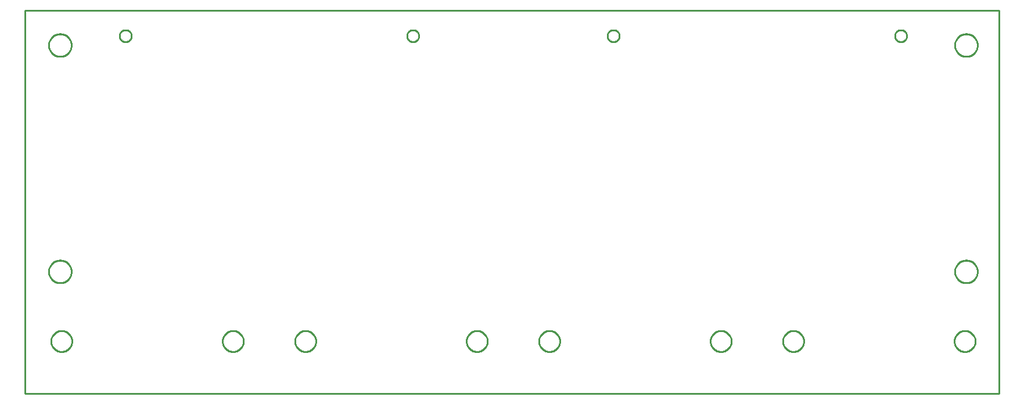
<source format=gbr>
G04 EAGLE Gerber X2 export*
%TF.Part,Single*%
%TF.FileFunction,Profile,NP*%
%TF.FilePolarity,Positive*%
%TF.GenerationSoftware,Autodesk,EAGLE,8.6.0*%
%TF.CreationDate,2018-02-23T00:46:13Z*%
G75*
%MOIN*%
%FSLAX34Y34*%
%LPD*%
%AMOC8*
5,1,8,0,0,1.08239X$1,22.5*%
G01*
%ADD10C,0.010000*%


D10*
X2500Y1500D02*
X58370Y1500D01*
X58370Y23496D01*
X2500Y23496D01*
X2500Y1500D01*
X47180Y4479D02*
X47177Y4436D01*
X47171Y4393D01*
X47162Y4352D01*
X47150Y4310D01*
X47135Y4270D01*
X47117Y4231D01*
X47096Y4194D01*
X47073Y4158D01*
X47047Y4123D01*
X47019Y4091D01*
X46989Y4061D01*
X46957Y4033D01*
X46922Y4007D01*
X46886Y3984D01*
X46849Y3963D01*
X46810Y3945D01*
X46770Y3930D01*
X46728Y3918D01*
X46687Y3909D01*
X46644Y3903D01*
X46601Y3900D01*
X46559Y3900D01*
X46516Y3903D01*
X46473Y3909D01*
X46432Y3918D01*
X46390Y3930D01*
X46350Y3945D01*
X46311Y3963D01*
X46274Y3984D01*
X46238Y4007D01*
X46203Y4033D01*
X46171Y4061D01*
X46141Y4091D01*
X46113Y4123D01*
X46087Y4158D01*
X46064Y4194D01*
X46043Y4231D01*
X46025Y4270D01*
X46010Y4310D01*
X45998Y4352D01*
X45989Y4393D01*
X45983Y4436D01*
X45980Y4479D01*
X45980Y4521D01*
X45983Y4564D01*
X45989Y4607D01*
X45998Y4648D01*
X46010Y4690D01*
X46025Y4730D01*
X46043Y4769D01*
X46064Y4806D01*
X46087Y4842D01*
X46113Y4877D01*
X46141Y4909D01*
X46171Y4939D01*
X46203Y4967D01*
X46238Y4993D01*
X46274Y5016D01*
X46311Y5037D01*
X46350Y5055D01*
X46390Y5070D01*
X46432Y5082D01*
X46473Y5091D01*
X46516Y5097D01*
X46559Y5100D01*
X46601Y5100D01*
X46644Y5097D01*
X46687Y5091D01*
X46728Y5082D01*
X46770Y5070D01*
X46810Y5055D01*
X46849Y5037D01*
X46886Y5016D01*
X46922Y4993D01*
X46957Y4967D01*
X46989Y4939D01*
X47019Y4909D01*
X47047Y4877D01*
X47073Y4842D01*
X47096Y4806D01*
X47117Y4769D01*
X47135Y4730D01*
X47150Y4690D01*
X47162Y4648D01*
X47171Y4607D01*
X47177Y4564D01*
X47180Y4521D01*
X47180Y4479D01*
X57020Y4479D02*
X57017Y4436D01*
X57011Y4393D01*
X57002Y4352D01*
X56990Y4310D01*
X56975Y4270D01*
X56957Y4231D01*
X56936Y4194D01*
X56913Y4158D01*
X56887Y4123D01*
X56859Y4091D01*
X56829Y4061D01*
X56797Y4033D01*
X56762Y4007D01*
X56726Y3984D01*
X56689Y3963D01*
X56650Y3945D01*
X56610Y3930D01*
X56568Y3918D01*
X56527Y3909D01*
X56484Y3903D01*
X56441Y3900D01*
X56399Y3900D01*
X56356Y3903D01*
X56313Y3909D01*
X56272Y3918D01*
X56230Y3930D01*
X56190Y3945D01*
X56151Y3963D01*
X56114Y3984D01*
X56078Y4007D01*
X56043Y4033D01*
X56011Y4061D01*
X55981Y4091D01*
X55953Y4123D01*
X55927Y4158D01*
X55904Y4194D01*
X55883Y4231D01*
X55865Y4270D01*
X55850Y4310D01*
X55838Y4352D01*
X55829Y4393D01*
X55823Y4436D01*
X55820Y4479D01*
X55820Y4521D01*
X55823Y4564D01*
X55829Y4607D01*
X55838Y4648D01*
X55850Y4690D01*
X55865Y4730D01*
X55883Y4769D01*
X55904Y4806D01*
X55927Y4842D01*
X55953Y4877D01*
X55981Y4909D01*
X56011Y4939D01*
X56043Y4967D01*
X56078Y4993D01*
X56114Y5016D01*
X56151Y5037D01*
X56190Y5055D01*
X56230Y5070D01*
X56272Y5082D01*
X56313Y5091D01*
X56356Y5097D01*
X56399Y5100D01*
X56441Y5100D01*
X56484Y5097D01*
X56527Y5091D01*
X56568Y5082D01*
X56610Y5070D01*
X56650Y5055D01*
X56689Y5037D01*
X56726Y5016D01*
X56762Y4993D01*
X56797Y4967D01*
X56829Y4939D01*
X56859Y4909D01*
X56887Y4877D01*
X56913Y4842D01*
X56936Y4806D01*
X56957Y4769D01*
X56975Y4730D01*
X56990Y4690D01*
X57002Y4648D01*
X57011Y4607D01*
X57017Y4564D01*
X57020Y4521D01*
X57020Y4479D01*
X33180Y4479D02*
X33177Y4436D01*
X33171Y4393D01*
X33162Y4352D01*
X33150Y4310D01*
X33135Y4270D01*
X33117Y4231D01*
X33096Y4194D01*
X33073Y4158D01*
X33047Y4123D01*
X33019Y4091D01*
X32989Y4061D01*
X32957Y4033D01*
X32922Y4007D01*
X32886Y3984D01*
X32849Y3963D01*
X32810Y3945D01*
X32770Y3930D01*
X32728Y3918D01*
X32687Y3909D01*
X32644Y3903D01*
X32601Y3900D01*
X32559Y3900D01*
X32516Y3903D01*
X32473Y3909D01*
X32432Y3918D01*
X32390Y3930D01*
X32350Y3945D01*
X32311Y3963D01*
X32274Y3984D01*
X32238Y4007D01*
X32203Y4033D01*
X32171Y4061D01*
X32141Y4091D01*
X32113Y4123D01*
X32087Y4158D01*
X32064Y4194D01*
X32043Y4231D01*
X32025Y4270D01*
X32010Y4310D01*
X31998Y4352D01*
X31989Y4393D01*
X31983Y4436D01*
X31980Y4479D01*
X31980Y4521D01*
X31983Y4564D01*
X31989Y4607D01*
X31998Y4648D01*
X32010Y4690D01*
X32025Y4730D01*
X32043Y4769D01*
X32064Y4806D01*
X32087Y4842D01*
X32113Y4877D01*
X32141Y4909D01*
X32171Y4939D01*
X32203Y4967D01*
X32238Y4993D01*
X32274Y5016D01*
X32311Y5037D01*
X32350Y5055D01*
X32390Y5070D01*
X32432Y5082D01*
X32473Y5091D01*
X32516Y5097D01*
X32559Y5100D01*
X32601Y5100D01*
X32644Y5097D01*
X32687Y5091D01*
X32728Y5082D01*
X32770Y5070D01*
X32810Y5055D01*
X32849Y5037D01*
X32886Y5016D01*
X32922Y4993D01*
X32957Y4967D01*
X32989Y4939D01*
X33019Y4909D01*
X33047Y4877D01*
X33073Y4842D01*
X33096Y4806D01*
X33117Y4769D01*
X33135Y4730D01*
X33150Y4690D01*
X33162Y4648D01*
X33171Y4607D01*
X33177Y4564D01*
X33180Y4521D01*
X33180Y4479D01*
X43020Y4479D02*
X43017Y4436D01*
X43011Y4393D01*
X43002Y4352D01*
X42990Y4310D01*
X42975Y4270D01*
X42957Y4231D01*
X42936Y4194D01*
X42913Y4158D01*
X42887Y4123D01*
X42859Y4091D01*
X42829Y4061D01*
X42797Y4033D01*
X42762Y4007D01*
X42726Y3984D01*
X42689Y3963D01*
X42650Y3945D01*
X42610Y3930D01*
X42568Y3918D01*
X42527Y3909D01*
X42484Y3903D01*
X42441Y3900D01*
X42399Y3900D01*
X42356Y3903D01*
X42313Y3909D01*
X42272Y3918D01*
X42230Y3930D01*
X42190Y3945D01*
X42151Y3963D01*
X42114Y3984D01*
X42078Y4007D01*
X42043Y4033D01*
X42011Y4061D01*
X41981Y4091D01*
X41953Y4123D01*
X41927Y4158D01*
X41904Y4194D01*
X41883Y4231D01*
X41865Y4270D01*
X41850Y4310D01*
X41838Y4352D01*
X41829Y4393D01*
X41823Y4436D01*
X41820Y4479D01*
X41820Y4521D01*
X41823Y4564D01*
X41829Y4607D01*
X41838Y4648D01*
X41850Y4690D01*
X41865Y4730D01*
X41883Y4769D01*
X41904Y4806D01*
X41927Y4842D01*
X41953Y4877D01*
X41981Y4909D01*
X42011Y4939D01*
X42043Y4967D01*
X42078Y4993D01*
X42114Y5016D01*
X42151Y5037D01*
X42190Y5055D01*
X42230Y5070D01*
X42272Y5082D01*
X42313Y5091D01*
X42356Y5097D01*
X42399Y5100D01*
X42441Y5100D01*
X42484Y5097D01*
X42527Y5091D01*
X42568Y5082D01*
X42610Y5070D01*
X42650Y5055D01*
X42689Y5037D01*
X42726Y5016D01*
X42762Y4993D01*
X42797Y4967D01*
X42829Y4939D01*
X42859Y4909D01*
X42887Y4877D01*
X42913Y4842D01*
X42936Y4806D01*
X42957Y4769D01*
X42975Y4730D01*
X42990Y4690D01*
X43002Y4648D01*
X43011Y4607D01*
X43017Y4564D01*
X43020Y4521D01*
X43020Y4479D01*
X19180Y4479D02*
X19177Y4436D01*
X19171Y4393D01*
X19162Y4352D01*
X19150Y4310D01*
X19135Y4270D01*
X19117Y4231D01*
X19096Y4194D01*
X19073Y4158D01*
X19047Y4123D01*
X19019Y4091D01*
X18989Y4061D01*
X18957Y4033D01*
X18922Y4007D01*
X18886Y3984D01*
X18849Y3963D01*
X18810Y3945D01*
X18770Y3930D01*
X18728Y3918D01*
X18687Y3909D01*
X18644Y3903D01*
X18601Y3900D01*
X18559Y3900D01*
X18516Y3903D01*
X18473Y3909D01*
X18432Y3918D01*
X18390Y3930D01*
X18350Y3945D01*
X18311Y3963D01*
X18274Y3984D01*
X18238Y4007D01*
X18203Y4033D01*
X18171Y4061D01*
X18141Y4091D01*
X18113Y4123D01*
X18087Y4158D01*
X18064Y4194D01*
X18043Y4231D01*
X18025Y4270D01*
X18010Y4310D01*
X17998Y4352D01*
X17989Y4393D01*
X17983Y4436D01*
X17980Y4479D01*
X17980Y4521D01*
X17983Y4564D01*
X17989Y4607D01*
X17998Y4648D01*
X18010Y4690D01*
X18025Y4730D01*
X18043Y4769D01*
X18064Y4806D01*
X18087Y4842D01*
X18113Y4877D01*
X18141Y4909D01*
X18171Y4939D01*
X18203Y4967D01*
X18238Y4993D01*
X18274Y5016D01*
X18311Y5037D01*
X18350Y5055D01*
X18390Y5070D01*
X18432Y5082D01*
X18473Y5091D01*
X18516Y5097D01*
X18559Y5100D01*
X18601Y5100D01*
X18644Y5097D01*
X18687Y5091D01*
X18728Y5082D01*
X18770Y5070D01*
X18810Y5055D01*
X18849Y5037D01*
X18886Y5016D01*
X18922Y4993D01*
X18957Y4967D01*
X18989Y4939D01*
X19019Y4909D01*
X19047Y4877D01*
X19073Y4842D01*
X19096Y4806D01*
X19117Y4769D01*
X19135Y4730D01*
X19150Y4690D01*
X19162Y4648D01*
X19171Y4607D01*
X19177Y4564D01*
X19180Y4521D01*
X19180Y4479D01*
X29020Y4479D02*
X29017Y4436D01*
X29011Y4393D01*
X29002Y4352D01*
X28990Y4310D01*
X28975Y4270D01*
X28957Y4231D01*
X28936Y4194D01*
X28913Y4158D01*
X28887Y4123D01*
X28859Y4091D01*
X28829Y4061D01*
X28797Y4033D01*
X28762Y4007D01*
X28726Y3984D01*
X28689Y3963D01*
X28650Y3945D01*
X28610Y3930D01*
X28568Y3918D01*
X28527Y3909D01*
X28484Y3903D01*
X28441Y3900D01*
X28399Y3900D01*
X28356Y3903D01*
X28313Y3909D01*
X28272Y3918D01*
X28230Y3930D01*
X28190Y3945D01*
X28151Y3963D01*
X28114Y3984D01*
X28078Y4007D01*
X28043Y4033D01*
X28011Y4061D01*
X27981Y4091D01*
X27953Y4123D01*
X27927Y4158D01*
X27904Y4194D01*
X27883Y4231D01*
X27865Y4270D01*
X27850Y4310D01*
X27838Y4352D01*
X27829Y4393D01*
X27823Y4436D01*
X27820Y4479D01*
X27820Y4521D01*
X27823Y4564D01*
X27829Y4607D01*
X27838Y4648D01*
X27850Y4690D01*
X27865Y4730D01*
X27883Y4769D01*
X27904Y4806D01*
X27927Y4842D01*
X27953Y4877D01*
X27981Y4909D01*
X28011Y4939D01*
X28043Y4967D01*
X28078Y4993D01*
X28114Y5016D01*
X28151Y5037D01*
X28190Y5055D01*
X28230Y5070D01*
X28272Y5082D01*
X28313Y5091D01*
X28356Y5097D01*
X28399Y5100D01*
X28441Y5100D01*
X28484Y5097D01*
X28527Y5091D01*
X28568Y5082D01*
X28610Y5070D01*
X28650Y5055D01*
X28689Y5037D01*
X28726Y5016D01*
X28762Y4993D01*
X28797Y4967D01*
X28829Y4939D01*
X28859Y4909D01*
X28887Y4877D01*
X28913Y4842D01*
X28936Y4806D01*
X28957Y4769D01*
X28975Y4730D01*
X28990Y4690D01*
X29002Y4648D01*
X29011Y4607D01*
X29017Y4564D01*
X29020Y4521D01*
X29020Y4479D01*
X5180Y4479D02*
X5177Y4436D01*
X5171Y4393D01*
X5162Y4352D01*
X5150Y4310D01*
X5135Y4270D01*
X5117Y4231D01*
X5096Y4194D01*
X5073Y4158D01*
X5047Y4123D01*
X5019Y4091D01*
X4989Y4061D01*
X4957Y4033D01*
X4922Y4007D01*
X4886Y3984D01*
X4849Y3963D01*
X4810Y3945D01*
X4770Y3930D01*
X4728Y3918D01*
X4687Y3909D01*
X4644Y3903D01*
X4601Y3900D01*
X4559Y3900D01*
X4516Y3903D01*
X4473Y3909D01*
X4432Y3918D01*
X4390Y3930D01*
X4350Y3945D01*
X4311Y3963D01*
X4274Y3984D01*
X4238Y4007D01*
X4203Y4033D01*
X4171Y4061D01*
X4141Y4091D01*
X4113Y4123D01*
X4087Y4158D01*
X4064Y4194D01*
X4043Y4231D01*
X4025Y4270D01*
X4010Y4310D01*
X3998Y4352D01*
X3989Y4393D01*
X3983Y4436D01*
X3980Y4479D01*
X3980Y4521D01*
X3983Y4564D01*
X3989Y4607D01*
X3998Y4648D01*
X4010Y4690D01*
X4025Y4730D01*
X4043Y4769D01*
X4064Y4806D01*
X4087Y4842D01*
X4113Y4877D01*
X4141Y4909D01*
X4171Y4939D01*
X4203Y4967D01*
X4238Y4993D01*
X4274Y5016D01*
X4311Y5037D01*
X4350Y5055D01*
X4390Y5070D01*
X4432Y5082D01*
X4473Y5091D01*
X4516Y5097D01*
X4559Y5100D01*
X4601Y5100D01*
X4644Y5097D01*
X4687Y5091D01*
X4728Y5082D01*
X4770Y5070D01*
X4810Y5055D01*
X4849Y5037D01*
X4886Y5016D01*
X4922Y4993D01*
X4957Y4967D01*
X4989Y4939D01*
X5019Y4909D01*
X5047Y4877D01*
X5073Y4842D01*
X5096Y4806D01*
X5117Y4769D01*
X5135Y4730D01*
X5150Y4690D01*
X5162Y4648D01*
X5171Y4607D01*
X5177Y4564D01*
X5180Y4521D01*
X5180Y4479D01*
X15020Y4479D02*
X15017Y4436D01*
X15011Y4393D01*
X15002Y4352D01*
X14990Y4310D01*
X14975Y4270D01*
X14957Y4231D01*
X14936Y4194D01*
X14913Y4158D01*
X14887Y4123D01*
X14859Y4091D01*
X14829Y4061D01*
X14797Y4033D01*
X14762Y4007D01*
X14726Y3984D01*
X14689Y3963D01*
X14650Y3945D01*
X14610Y3930D01*
X14568Y3918D01*
X14527Y3909D01*
X14484Y3903D01*
X14441Y3900D01*
X14399Y3900D01*
X14356Y3903D01*
X14313Y3909D01*
X14272Y3918D01*
X14230Y3930D01*
X14190Y3945D01*
X14151Y3963D01*
X14114Y3984D01*
X14078Y4007D01*
X14043Y4033D01*
X14011Y4061D01*
X13981Y4091D01*
X13953Y4123D01*
X13927Y4158D01*
X13904Y4194D01*
X13883Y4231D01*
X13865Y4270D01*
X13850Y4310D01*
X13838Y4352D01*
X13829Y4393D01*
X13823Y4436D01*
X13820Y4479D01*
X13820Y4521D01*
X13823Y4564D01*
X13829Y4607D01*
X13838Y4648D01*
X13850Y4690D01*
X13865Y4730D01*
X13883Y4769D01*
X13904Y4806D01*
X13927Y4842D01*
X13953Y4877D01*
X13981Y4909D01*
X14011Y4939D01*
X14043Y4967D01*
X14078Y4993D01*
X14114Y5016D01*
X14151Y5037D01*
X14190Y5055D01*
X14230Y5070D01*
X14272Y5082D01*
X14313Y5091D01*
X14356Y5097D01*
X14399Y5100D01*
X14441Y5100D01*
X14484Y5097D01*
X14527Y5091D01*
X14568Y5082D01*
X14610Y5070D01*
X14650Y5055D01*
X14689Y5037D01*
X14726Y5016D01*
X14762Y4993D01*
X14797Y4967D01*
X14829Y4939D01*
X14859Y4909D01*
X14887Y4877D01*
X14913Y4842D01*
X14936Y4806D01*
X14957Y4769D01*
X14975Y4730D01*
X14990Y4690D01*
X15002Y4648D01*
X15011Y4607D01*
X15017Y4564D01*
X15020Y4521D01*
X15020Y4479D01*
X57150Y21479D02*
X57147Y21436D01*
X57142Y21394D01*
X57133Y21352D01*
X57122Y21311D01*
X57109Y21271D01*
X57092Y21232D01*
X57074Y21193D01*
X57052Y21157D01*
X57029Y21121D01*
X57003Y21087D01*
X56975Y21055D01*
X56945Y21025D01*
X56913Y20997D01*
X56879Y20971D01*
X56843Y20948D01*
X56807Y20926D01*
X56768Y20908D01*
X56729Y20891D01*
X56689Y20878D01*
X56648Y20867D01*
X56606Y20858D01*
X56564Y20853D01*
X56521Y20850D01*
X56479Y20850D01*
X56436Y20853D01*
X56394Y20858D01*
X56352Y20867D01*
X56311Y20878D01*
X56271Y20891D01*
X56232Y20908D01*
X56193Y20926D01*
X56157Y20948D01*
X56121Y20971D01*
X56087Y20997D01*
X56055Y21025D01*
X56025Y21055D01*
X55997Y21087D01*
X55971Y21121D01*
X55948Y21157D01*
X55926Y21193D01*
X55908Y21232D01*
X55891Y21271D01*
X55878Y21311D01*
X55867Y21352D01*
X55858Y21394D01*
X55853Y21436D01*
X55850Y21479D01*
X55850Y21521D01*
X55853Y21564D01*
X55858Y21606D01*
X55867Y21648D01*
X55878Y21689D01*
X55891Y21729D01*
X55908Y21768D01*
X55926Y21807D01*
X55948Y21843D01*
X55971Y21879D01*
X55997Y21913D01*
X56025Y21945D01*
X56055Y21975D01*
X56087Y22003D01*
X56121Y22029D01*
X56157Y22052D01*
X56193Y22074D01*
X56232Y22092D01*
X56271Y22109D01*
X56311Y22122D01*
X56352Y22133D01*
X56394Y22142D01*
X56436Y22147D01*
X56479Y22150D01*
X56521Y22150D01*
X56564Y22147D01*
X56606Y22142D01*
X56648Y22133D01*
X56689Y22122D01*
X56729Y22109D01*
X56768Y22092D01*
X56807Y22074D01*
X56843Y22052D01*
X56879Y22029D01*
X56913Y22003D01*
X56945Y21975D01*
X56975Y21945D01*
X57003Y21913D01*
X57029Y21879D01*
X57052Y21843D01*
X57074Y21807D01*
X57092Y21768D01*
X57109Y21729D01*
X57122Y21689D01*
X57133Y21648D01*
X57142Y21606D01*
X57147Y21564D01*
X57150Y21521D01*
X57150Y21479D01*
X57150Y8479D02*
X57147Y8436D01*
X57142Y8394D01*
X57133Y8352D01*
X57122Y8311D01*
X57109Y8271D01*
X57092Y8232D01*
X57074Y8193D01*
X57052Y8157D01*
X57029Y8121D01*
X57003Y8087D01*
X56975Y8055D01*
X56945Y8025D01*
X56913Y7997D01*
X56879Y7971D01*
X56843Y7948D01*
X56807Y7926D01*
X56768Y7908D01*
X56729Y7891D01*
X56689Y7878D01*
X56648Y7867D01*
X56606Y7858D01*
X56564Y7853D01*
X56521Y7850D01*
X56479Y7850D01*
X56436Y7853D01*
X56394Y7858D01*
X56352Y7867D01*
X56311Y7878D01*
X56271Y7891D01*
X56232Y7908D01*
X56193Y7926D01*
X56157Y7948D01*
X56121Y7971D01*
X56087Y7997D01*
X56055Y8025D01*
X56025Y8055D01*
X55997Y8087D01*
X55971Y8121D01*
X55948Y8157D01*
X55926Y8193D01*
X55908Y8232D01*
X55891Y8271D01*
X55878Y8311D01*
X55867Y8352D01*
X55858Y8394D01*
X55853Y8436D01*
X55850Y8479D01*
X55850Y8521D01*
X55853Y8564D01*
X55858Y8606D01*
X55867Y8648D01*
X55878Y8689D01*
X55891Y8729D01*
X55908Y8768D01*
X55926Y8807D01*
X55948Y8843D01*
X55971Y8879D01*
X55997Y8913D01*
X56025Y8945D01*
X56055Y8975D01*
X56087Y9003D01*
X56121Y9029D01*
X56157Y9052D01*
X56193Y9074D01*
X56232Y9092D01*
X56271Y9109D01*
X56311Y9122D01*
X56352Y9133D01*
X56394Y9142D01*
X56436Y9147D01*
X56479Y9150D01*
X56521Y9150D01*
X56564Y9147D01*
X56606Y9142D01*
X56648Y9133D01*
X56689Y9122D01*
X56729Y9109D01*
X56768Y9092D01*
X56807Y9074D01*
X56843Y9052D01*
X56879Y9029D01*
X56913Y9003D01*
X56945Y8975D01*
X56975Y8945D01*
X57003Y8913D01*
X57029Y8879D01*
X57052Y8843D01*
X57074Y8807D01*
X57092Y8768D01*
X57109Y8729D01*
X57122Y8689D01*
X57133Y8648D01*
X57142Y8606D01*
X57147Y8564D01*
X57150Y8521D01*
X57150Y8479D01*
X5150Y8479D02*
X5147Y8436D01*
X5142Y8394D01*
X5133Y8352D01*
X5122Y8311D01*
X5109Y8271D01*
X5092Y8232D01*
X5074Y8193D01*
X5052Y8157D01*
X5029Y8121D01*
X5003Y8087D01*
X4975Y8055D01*
X4945Y8025D01*
X4913Y7997D01*
X4879Y7971D01*
X4843Y7948D01*
X4807Y7926D01*
X4768Y7908D01*
X4729Y7891D01*
X4689Y7878D01*
X4648Y7867D01*
X4606Y7858D01*
X4564Y7853D01*
X4521Y7850D01*
X4479Y7850D01*
X4436Y7853D01*
X4394Y7858D01*
X4352Y7867D01*
X4311Y7878D01*
X4271Y7891D01*
X4232Y7908D01*
X4193Y7926D01*
X4157Y7948D01*
X4121Y7971D01*
X4087Y7997D01*
X4055Y8025D01*
X4025Y8055D01*
X3997Y8087D01*
X3971Y8121D01*
X3948Y8157D01*
X3926Y8193D01*
X3908Y8232D01*
X3891Y8271D01*
X3878Y8311D01*
X3867Y8352D01*
X3858Y8394D01*
X3853Y8436D01*
X3850Y8479D01*
X3850Y8521D01*
X3853Y8564D01*
X3858Y8606D01*
X3867Y8648D01*
X3878Y8689D01*
X3891Y8729D01*
X3908Y8768D01*
X3926Y8807D01*
X3948Y8843D01*
X3971Y8879D01*
X3997Y8913D01*
X4025Y8945D01*
X4055Y8975D01*
X4087Y9003D01*
X4121Y9029D01*
X4157Y9052D01*
X4193Y9074D01*
X4232Y9092D01*
X4271Y9109D01*
X4311Y9122D01*
X4352Y9133D01*
X4394Y9142D01*
X4436Y9147D01*
X4479Y9150D01*
X4521Y9150D01*
X4564Y9147D01*
X4606Y9142D01*
X4648Y9133D01*
X4689Y9122D01*
X4729Y9109D01*
X4768Y9092D01*
X4807Y9074D01*
X4843Y9052D01*
X4879Y9029D01*
X4913Y9003D01*
X4945Y8975D01*
X4975Y8945D01*
X5003Y8913D01*
X5029Y8879D01*
X5052Y8843D01*
X5074Y8807D01*
X5092Y8768D01*
X5109Y8729D01*
X5122Y8689D01*
X5133Y8648D01*
X5142Y8606D01*
X5147Y8564D01*
X5150Y8521D01*
X5150Y8479D01*
X5150Y21479D02*
X5147Y21436D01*
X5142Y21394D01*
X5133Y21352D01*
X5122Y21311D01*
X5109Y21271D01*
X5092Y21232D01*
X5074Y21193D01*
X5052Y21157D01*
X5029Y21121D01*
X5003Y21087D01*
X4975Y21055D01*
X4945Y21025D01*
X4913Y20997D01*
X4879Y20971D01*
X4843Y20948D01*
X4807Y20926D01*
X4768Y20908D01*
X4729Y20891D01*
X4689Y20878D01*
X4648Y20867D01*
X4606Y20858D01*
X4564Y20853D01*
X4521Y20850D01*
X4479Y20850D01*
X4436Y20853D01*
X4394Y20858D01*
X4352Y20867D01*
X4311Y20878D01*
X4271Y20891D01*
X4232Y20908D01*
X4193Y20926D01*
X4157Y20948D01*
X4121Y20971D01*
X4087Y20997D01*
X4055Y21025D01*
X4025Y21055D01*
X3997Y21087D01*
X3971Y21121D01*
X3948Y21157D01*
X3926Y21193D01*
X3908Y21232D01*
X3891Y21271D01*
X3878Y21311D01*
X3867Y21352D01*
X3858Y21394D01*
X3853Y21436D01*
X3850Y21479D01*
X3850Y21521D01*
X3853Y21564D01*
X3858Y21606D01*
X3867Y21648D01*
X3878Y21689D01*
X3891Y21729D01*
X3908Y21768D01*
X3926Y21807D01*
X3948Y21843D01*
X3971Y21879D01*
X3997Y21913D01*
X4025Y21945D01*
X4055Y21975D01*
X4087Y22003D01*
X4121Y22029D01*
X4157Y22052D01*
X4193Y22074D01*
X4232Y22092D01*
X4271Y22109D01*
X4311Y22122D01*
X4352Y22133D01*
X4394Y22142D01*
X4436Y22147D01*
X4479Y22150D01*
X4521Y22150D01*
X4564Y22147D01*
X4606Y22142D01*
X4648Y22133D01*
X4689Y22122D01*
X4729Y22109D01*
X4768Y22092D01*
X4807Y22074D01*
X4843Y22052D01*
X4879Y22029D01*
X4913Y22003D01*
X4945Y21975D01*
X4975Y21945D01*
X5003Y21913D01*
X5029Y21879D01*
X5052Y21843D01*
X5074Y21807D01*
X5092Y21768D01*
X5109Y21729D01*
X5122Y21689D01*
X5133Y21648D01*
X5142Y21606D01*
X5147Y21564D01*
X5150Y21521D01*
X5150Y21479D01*
X35907Y22050D02*
X35910Y22080D01*
X35915Y22110D01*
X35923Y22139D01*
X35933Y22167D01*
X35946Y22195D01*
X35961Y22221D01*
X35978Y22245D01*
X35998Y22268D01*
X36019Y22290D01*
X36042Y22309D01*
X36067Y22326D01*
X36093Y22341D01*
X36120Y22354D01*
X36148Y22364D01*
X36177Y22372D01*
X36207Y22377D01*
X36237Y22380D01*
X36267Y22380D01*
X36297Y22377D01*
X36327Y22372D01*
X36356Y22364D01*
X36384Y22354D01*
X36411Y22341D01*
X36437Y22326D01*
X36462Y22309D01*
X36485Y22290D01*
X36506Y22268D01*
X36526Y22245D01*
X36543Y22221D01*
X36558Y22195D01*
X36571Y22167D01*
X36581Y22139D01*
X36589Y22110D01*
X36594Y22080D01*
X36596Y22050D01*
X36596Y22020D01*
X36594Y21990D01*
X36589Y21961D01*
X36581Y21932D01*
X36571Y21903D01*
X36558Y21876D01*
X36543Y21850D01*
X36526Y21826D01*
X36506Y21802D01*
X36485Y21781D01*
X36462Y21762D01*
X36437Y21745D01*
X36411Y21730D01*
X36384Y21717D01*
X36356Y21707D01*
X36327Y21699D01*
X36297Y21694D01*
X36267Y21691D01*
X36237Y21691D01*
X36207Y21694D01*
X36177Y21699D01*
X36148Y21707D01*
X36120Y21717D01*
X36093Y21730D01*
X36067Y21745D01*
X36042Y21762D01*
X36019Y21781D01*
X35998Y21802D01*
X35978Y21826D01*
X35961Y21850D01*
X35946Y21876D01*
X35933Y21903D01*
X35923Y21932D01*
X35915Y21961D01*
X35910Y21990D01*
X35907Y22020D01*
X35907Y22050D01*
X52404Y22050D02*
X52406Y22080D01*
X52411Y22110D01*
X52419Y22139D01*
X52429Y22167D01*
X52442Y22195D01*
X52457Y22221D01*
X52474Y22245D01*
X52494Y22268D01*
X52515Y22290D01*
X52538Y22309D01*
X52563Y22326D01*
X52589Y22341D01*
X52616Y22354D01*
X52644Y22364D01*
X52673Y22372D01*
X52703Y22377D01*
X52733Y22380D01*
X52763Y22380D01*
X52793Y22377D01*
X52823Y22372D01*
X52852Y22364D01*
X52880Y22354D01*
X52907Y22341D01*
X52933Y22326D01*
X52958Y22309D01*
X52981Y22290D01*
X53002Y22268D01*
X53022Y22245D01*
X53039Y22221D01*
X53054Y22195D01*
X53067Y22167D01*
X53077Y22139D01*
X53085Y22110D01*
X53090Y22080D01*
X53093Y22050D01*
X53093Y22020D01*
X53090Y21990D01*
X53085Y21961D01*
X53077Y21932D01*
X53067Y21903D01*
X53054Y21876D01*
X53039Y21850D01*
X53022Y21826D01*
X53002Y21802D01*
X52981Y21781D01*
X52958Y21762D01*
X52933Y21745D01*
X52907Y21730D01*
X52880Y21717D01*
X52852Y21707D01*
X52823Y21699D01*
X52793Y21694D01*
X52763Y21691D01*
X52733Y21691D01*
X52703Y21694D01*
X52673Y21699D01*
X52644Y21707D01*
X52616Y21717D01*
X52589Y21730D01*
X52563Y21745D01*
X52538Y21762D01*
X52515Y21781D01*
X52494Y21802D01*
X52474Y21826D01*
X52457Y21850D01*
X52442Y21876D01*
X52429Y21903D01*
X52419Y21932D01*
X52411Y21961D01*
X52406Y21990D01*
X52404Y22020D01*
X52404Y22050D01*
X7907Y22050D02*
X7910Y22080D01*
X7915Y22110D01*
X7923Y22139D01*
X7933Y22167D01*
X7946Y22195D01*
X7961Y22221D01*
X7978Y22245D01*
X7998Y22268D01*
X8019Y22290D01*
X8042Y22309D01*
X8067Y22326D01*
X8093Y22341D01*
X8120Y22354D01*
X8148Y22364D01*
X8177Y22372D01*
X8207Y22377D01*
X8237Y22380D01*
X8267Y22380D01*
X8297Y22377D01*
X8327Y22372D01*
X8356Y22364D01*
X8384Y22354D01*
X8411Y22341D01*
X8437Y22326D01*
X8462Y22309D01*
X8485Y22290D01*
X8506Y22268D01*
X8526Y22245D01*
X8543Y22221D01*
X8558Y22195D01*
X8571Y22167D01*
X8581Y22139D01*
X8589Y22110D01*
X8594Y22080D01*
X8596Y22050D01*
X8596Y22020D01*
X8594Y21990D01*
X8589Y21961D01*
X8581Y21932D01*
X8571Y21903D01*
X8558Y21876D01*
X8543Y21850D01*
X8526Y21826D01*
X8506Y21802D01*
X8485Y21781D01*
X8462Y21762D01*
X8437Y21745D01*
X8411Y21730D01*
X8384Y21717D01*
X8356Y21707D01*
X8327Y21699D01*
X8297Y21694D01*
X8267Y21691D01*
X8237Y21691D01*
X8207Y21694D01*
X8177Y21699D01*
X8148Y21707D01*
X8120Y21717D01*
X8093Y21730D01*
X8067Y21745D01*
X8042Y21762D01*
X8019Y21781D01*
X7998Y21802D01*
X7978Y21826D01*
X7961Y21850D01*
X7946Y21876D01*
X7933Y21903D01*
X7923Y21932D01*
X7915Y21961D01*
X7910Y21990D01*
X7907Y22020D01*
X7907Y22050D01*
X24404Y22050D02*
X24406Y22080D01*
X24411Y22110D01*
X24419Y22139D01*
X24429Y22167D01*
X24442Y22195D01*
X24457Y22221D01*
X24474Y22245D01*
X24494Y22268D01*
X24515Y22290D01*
X24538Y22309D01*
X24563Y22326D01*
X24589Y22341D01*
X24616Y22354D01*
X24644Y22364D01*
X24673Y22372D01*
X24703Y22377D01*
X24733Y22380D01*
X24763Y22380D01*
X24793Y22377D01*
X24823Y22372D01*
X24852Y22364D01*
X24880Y22354D01*
X24907Y22341D01*
X24933Y22326D01*
X24958Y22309D01*
X24981Y22290D01*
X25002Y22268D01*
X25022Y22245D01*
X25039Y22221D01*
X25054Y22195D01*
X25067Y22167D01*
X25077Y22139D01*
X25085Y22110D01*
X25090Y22080D01*
X25093Y22050D01*
X25093Y22020D01*
X25090Y21990D01*
X25085Y21961D01*
X25077Y21932D01*
X25067Y21903D01*
X25054Y21876D01*
X25039Y21850D01*
X25022Y21826D01*
X25002Y21802D01*
X24981Y21781D01*
X24958Y21762D01*
X24933Y21745D01*
X24907Y21730D01*
X24880Y21717D01*
X24852Y21707D01*
X24823Y21699D01*
X24793Y21694D01*
X24763Y21691D01*
X24733Y21691D01*
X24703Y21694D01*
X24673Y21699D01*
X24644Y21707D01*
X24616Y21717D01*
X24589Y21730D01*
X24563Y21745D01*
X24538Y21762D01*
X24515Y21781D01*
X24494Y21802D01*
X24474Y21826D01*
X24457Y21850D01*
X24442Y21876D01*
X24429Y21903D01*
X24419Y21932D01*
X24411Y21961D01*
X24406Y21990D01*
X24404Y22020D01*
X24404Y22050D01*
M02*

</source>
